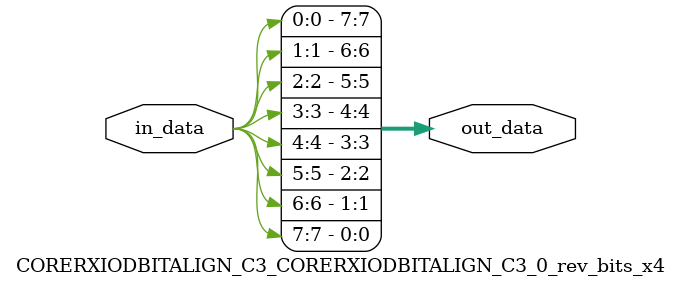
<source format=v>


module CORERXIODBITALIGN_C3_CORERXIODBITALIGN_C3_0_rev_bits_x4 ( in_data,out_data);
input [7:0] in_data;
output [7:0] out_data;

assign out_data = {in_data[0],in_data[1],in_data[2],in_data[3],in_data[4],in_data[5],in_data[6],in_data[7]};
//<statements>

endmodule


</source>
